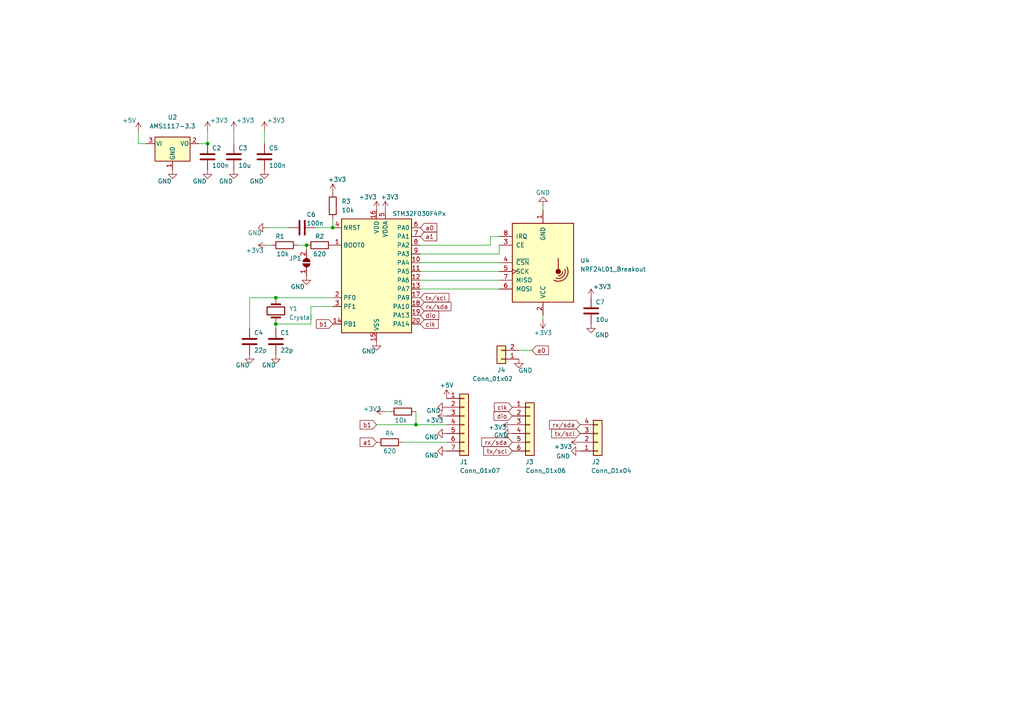
<source format=kicad_sch>
(kicad_sch (version 20230121) (generator eeschema)
  (paper "A4")
  (lib_symbols
    (symbol "Connector_Generic:Conn_01x02" (pin_names (offset 1.016) hide)
      (property "Reference" "J" (at 0 2.54 0))
      (property "Value" "Conn_01x02" (at 0 -5.08 0))
      (symbol "Conn_01x02_1_1"
        (rectangle (start -1.27 -2.413) (end 0 -2.667) (stroke (width 0.1524)))
        (rectangle (start -1.27 0.127) (end 0 -0.127) (stroke (width 0.1524)))
        (rectangle (start -1.27 1.27) (end 1.27 -3.81) (stroke (width 0.254)) (fill (type background)))
        (pin passive line (at -5.08 0 0) (length 3.81) (name "Pin_1") (number "1"))
        (pin passive line (at -5.08 -2.54 0) (length 3.81) (name "Pin_2") (number "2"))
      )
    )
    (symbol "Connector_Generic:Conn_01x04" (pin_names (offset 1.016) hide)
      (property "Reference" "J" (at 0 5.08 0))
      (property "Value" "Conn_01x04" (at 0 -7.62 0))
      (symbol "Conn_01x04_1_1"
        (rectangle (start -1.27 -4.953) (end 0 -5.207) (stroke (width 0.1524)))
        (rectangle (start -1.27 -2.413) (end 0 -2.667) (stroke (width 0.1524)))
        (rectangle (start -1.27 0.127) (end 0 -0.127) (stroke (width 0.1524)))
        (rectangle (start -1.27 2.667) (end 0 2.413) (stroke (width 0.1524)))
        (rectangle (start -1.27 3.81) (end 1.27 -6.35) (stroke (width 0.254)) (fill (type background)))
        (pin passive line (at -5.08 2.54 0) (length 3.81) (name "Pin_1") (number "1"))
        (pin passive line (at -5.08 0 0) (length 3.81) (name "Pin_2") (number "2"))
        (pin passive line (at -5.08 -2.54 0) (length 3.81) (name "Pin_3") (number "3"))
        (pin passive line (at -5.08 -5.08 0) (length 3.81) (name "Pin_4") (number "4"))
      )
    )
    (symbol "Connector_Generic:Conn_01x06" (pin_names (offset 1.016) hide)
      (property "Reference" "J" (at 0 7.62 0))
      (property "Value" "Conn_01x06" (at 0 -10.16 0))
      (symbol "Conn_01x06_1_1"
        (rectangle (start -1.27 -7.493) (end 0 -7.747) (stroke (width 0.1524)))
        (rectangle (start -1.27 -4.953) (end 0 -5.207) (stroke (width 0.1524)))
        (rectangle (start -1.27 -2.413) (end 0 -2.667) (stroke (width 0.1524)))
        (rectangle (start -1.27 0.127) (end 0 -0.127) (stroke (width 0.1524)))
        (rectangle (start -1.27 2.667) (end 0 2.413) (stroke (width 0.1524)))
        (rectangle (start -1.27 5.207) (end 0 4.953) (stroke (width 0.1524)))
        (rectangle (start -1.27 6.35) (end 1.27 -8.89) (stroke (width 0.254)) (fill (type background)))
        (pin passive line (at -5.08 5.08 0) (length 3.81) (name "Pin_1") (number "1"))
        (pin passive line (at -5.08 2.54 0) (length 3.81) (name "Pin_2") (number "2"))
        (pin passive line (at -5.08 0 0) (length 3.81) (name "Pin_3") (number "3"))
        (pin passive line (at -5.08 -2.54 0) (length 3.81) (name "Pin_4") (number "4"))
        (pin passive line (at -5.08 -5.08 0) (length 3.81) (name "Pin_5") (number "5"))
        (pin passive line (at -5.08 -7.62 0) (length 3.81) (name "Pin_6") (number "6"))
      )
    )
    (symbol "Connector_Generic:Conn_01x07" (pin_names (offset 1.016) hide)
      (property "Reference" "J" (at 0 10.16 0))
      (property "Value" "Conn_01x07" (at 0 -10.16 0))
      (symbol "Conn_01x07_1_1"
        (rectangle (start -1.27 -7.493) (end 0 -7.747) (stroke (width 0.1524)))
        (rectangle (start -1.27 -4.953) (end 0 -5.207) (stroke (width 0.1524)))
        (rectangle (start -1.27 -2.413) (end 0 -2.667) (stroke (width 0.1524)))
        (rectangle (start -1.27 0.127) (end 0 -0.127) (stroke (width 0.1524)))
        (rectangle (start -1.27 2.667) (end 0 2.413) (stroke (width 0.1524)))
        (rectangle (start -1.27 5.207) (end 0 4.953) (stroke (width 0.1524)))
        (rectangle (start -1.27 7.747) (end 0 7.493) (stroke (width 0.1524)))
        (rectangle (start -1.27 8.89) (end 1.27 -8.89) (stroke (width 0.254)) (fill (type background)))
        (pin passive line (at -5.08 7.62 0) (length 3.81) (name "Pin_1") (number "1"))
        (pin passive line (at -5.08 5.08 0) (length 3.81) (name "Pin_2") (number "2"))
        (pin passive line (at -5.08 2.54 0) (length 3.81) (name "Pin_3") (number "3"))
        (pin passive line (at -5.08 0 0) (length 3.81) (name "Pin_4") (number "4"))
        (pin passive line (at -5.08 -2.54 0) (length 3.81) (name "Pin_5") (number "5"))
        (pin passive line (at -5.08 -5.08 0) (length 3.81) (name "Pin_6") (number "6"))
        (pin passive line (at -5.08 -7.62 0) (length 3.81) (name "Pin_7") (number "7"))
      )
    )
    (symbol "Device:C" (pin_numbers hide) (pin_names (offset 0.254))
      (property "Reference" "C" (at 0.635 2.54 0))
      (property "Value" "C" (at 0.635 -2.54 0))
      (symbol "C_0_1"
        (polyline (pts (xy -2.032 -0.762) (xy 2.032 -0.762)) (stroke (width 0.508)))
        (polyline (pts (xy -2.032 0.762) (xy 2.032 0.762)) (stroke (width 0.508)))
      )
      (symbol "C_1_1"
        (pin passive line (at 0 3.81 270) (length 2.794) (name "~") (number "1"))
        (pin passive line (at 0 -3.81 90) (length 2.794) (name "~") (number "2"))
      )
    )
    (symbol "Device:Crystal" (pin_numbers hide) (pin_names (offset 1.016) hide)
      (property "Reference" "Y" (at 0 3.81 0))
      (property "Value" "Crystal" (at 0 -3.81 0))
      (symbol "Crystal_0_1"
        (rectangle (start -1.143 2.54) (end 1.143 -2.54) (stroke (width 0.3048)))
        (polyline (pts (xy -2.54 0) (xy -1.905 0)))
        (polyline (pts (xy -1.905 -1.27) (xy -1.905 1.27)) (stroke (width 0.508)))
        (polyline (pts (xy 1.905 -1.27) (xy 1.905 1.27)) (stroke (width 0.508)))
        (polyline (pts (xy 2.54 0) (xy 1.905 0)))
      )
      (symbol "Crystal_1_1"
        (pin passive line (at -3.81 0 0) (length 1.27) (name "1") (number "1"))
        (pin passive line (at 3.81 0 180) (length 1.27) (name "2") (number "2"))
      )
    )
    (symbol "Device:R" (pin_numbers hide) (pin_names (offset 0))
      (property "Reference" "R" (at 2.032 0 90))
      (property "Value" "R" (at 0 0 90))
      (symbol "R_0_1"
        (rectangle (start -1.016 -2.54) (end 1.016 2.54) (stroke (width 0.254)))
      )
      (symbol "R_1_1"
        (pin passive line (at 0 3.81 270) (length 1.27) (name "~") (number "1"))
        (pin passive line (at 0 -3.81 90) (length 1.27) (name "~") (number "2"))
      )
    )
    (symbol "Jumper:SolderJumper_2_Open" (pin_names (offset 0) hide)
      (property "Reference" "JP" (at 0 2.032 0))
      (property "Value" "SolderJumper_2_Open" (at 0 -2.54 0))
      (symbol "SolderJumper_2_Open_0_1"
        (arc (start -0.254 1.016) (mid -1.2656 0) (end -0.254 -1.016))
        (arc (start -0.254 1.016) (mid -1.2656 0) (end -0.254 -1.016) (fill (type outline)))
        (polyline (pts (xy -0.254 1.016) (xy -0.254 -1.016)))
        (polyline (pts (xy 0.254 1.016) (xy 0.254 -1.016)))
        (arc (start 0.254 -1.016) (mid 1.2656 0) (end 0.254 1.016))
        (arc (start 0.254 -1.016) (mid 1.2656 0) (end 0.254 1.016) (fill (type outline)))
      )
      (symbol "SolderJumper_2_Open_1_1"
        (pin passive line (at -3.81 0 0) (length 2.54) (name "A") (number "1"))
        (pin passive line (at 3.81 0 180) (length 2.54) (name "B") (number "2"))
      )
    )
    (symbol "MCU_ST_STM32F0:STM32F030F4Px"
      (property "Reference" "U" (at -10.16 16.51 0))
      (property "Value" "STM32F030F4Px" (at 5.08 16.51 0))
      (symbol "STM32F030F4Px_0_1"
        (rectangle (start -10.16 -17.78) (end 10.16 15.24) (stroke (width 0.254)) (fill (type background)))
      )
      (symbol "STM32F030F4Px_1_1"
        (pin input line (at -12.7 7.62 0) (length 2.54) (name "BOOT0") (number "1"))
        (pin bidirectional line (at 12.7 2.54 180) (length 2.54) (name "PA4") (number "10"))
        (pin bidirectional line (at 12.7 0 180) (length 2.54) (name "PA5") (number "11"))
        (pin bidirectional line (at 12.7 -2.54 180) (length 2.54) (name "PA6") (number "12"))
        (pin bidirectional line (at 12.7 -5.08 180) (length 2.54) (name "PA7") (number "13"))
        (pin bidirectional line (at -12.7 -15.24 0) (length 2.54) (name "PB1") (number "14"))
        (pin power_in line (at 0 -20.32 90) (length 2.54) (name "VSS") (number "15"))
        (pin power_in line (at 0 17.78 270) (length 2.54) (name "VDD") (number "16"))
        (pin bidirectional line (at 12.7 -7.62 180) (length 2.54) (name "PA9") (number "17"))
        (pin bidirectional line (at 12.7 -10.16 180) (length 2.54) (name "PA10") (number "18"))
        (pin bidirectional line (at 12.7 -12.7 180) (length 2.54) (name "PA13") (number "19"))
        (pin input line (at -12.7 -7.62 0) (length 2.54) (name "PF0") (number "2"))
        (pin bidirectional line (at 12.7 -15.24 180) (length 2.54) (name "PA14") (number "20"))
        (pin input line (at -12.7 -10.16 0) (length 2.54) (name "PF1") (number "3"))
        (pin input line (at -12.7 12.7 0) (length 2.54) (name "NRST") (number "4"))
        (pin power_in line (at 2.54 17.78 270) (length 2.54) (name "VDDA") (number "5"))
        (pin bidirectional line (at 12.7 12.7 180) (length 2.54) (name "PA0") (number "6"))
        (pin bidirectional line (at 12.7 10.16 180) (length 2.54) (name "PA1") (number "7"))
        (pin bidirectional line (at 12.7 7.62 180) (length 2.54) (name "PA2") (number "8"))
        (pin bidirectional line (at 12.7 5.08 180) (length 2.54) (name "PA3") (number "9"))
      )
    )
    (symbol "RF:NRF24L01_Breakout" (pin_names (offset 1.016))
      (property "Reference" "U" (at -8.89 12.7 0))
      (property "Value" "NRF24L01_Breakout" (at 3.81 12.7 0))
      (symbol "NRF24L01_Breakout_0_1"
        (rectangle (start -8.89 11.43) (end 8.89 -11.43) (stroke (width 0.254)) (fill (type background)))
        (polyline (pts (xy 4.445 1.905) (xy 4.445 -1.27)) (stroke (width 0.254)))
        (circle (center 4.445 2.54) (radius 0.635) (stroke (width 0.254)) (fill (type outline)))
        (arc (start 5.715 2.54) (mid 5.3521 3.4546) (end 4.445 3.81) (stroke (width 0.254)))
        (arc (start 6.35 1.905) (mid 5.8763 3.9854) (end 3.81 4.445) (stroke (width 0.254)))
        (arc (start 6.985 1.27) (mid 6.453 4.548) (end 3.175 5.08) (stroke (width 0.254)))
      )
      (symbol "NRF24L01_Breakout_1_1"
        (pin power_in line (at 0 -15.24 90) (length 3.81) (name "GND") (number "1"))
        (pin power_in line (at 0 15.24 270) (length 3.81) (name "VCC") (number "2"))
        (pin input line (at -12.7 -5.08 0) (length 3.81) (name "CE") (number "3"))
        (pin input line (at -12.7 0 0) (length 3.81) (name "~{CSN}") (number "4"))
        (pin input clock (at -12.7 2.54 0) (length 3.81) (name "SCK") (number "5"))
        (pin input line (at -12.7 7.62 0) (length 3.81) (name "MOSI") (number "6"))
        (pin output line (at -12.7 5.08 0) (length 3.81) (name "MISO") (number "7"))
        (pin output line (at -12.7 -7.62 0) (length 3.81) (name "IRQ") (number "8"))
      )
    )
    (symbol "Regulator_Linear:AMS1117-3.3" (pin_names (offset 0.254))
      (property "Reference" "U" (at -3.81 3.175 0))
      (property "Value" "AMS1117-3.3" (at 0 3.175 0))
      (symbol "AMS1117-3.3_0_1"
        (rectangle (start -5.08 -5.08) (end 5.08 1.905) (stroke (width 0.254)) (fill (type background)))
      )
      (symbol "AMS1117-3.3_1_1"
        (pin power_in line (at 0 -7.62 90) (length 2.54) (name "GND") (number "1"))
        (pin power_out line (at 7.62 0 180) (length 2.54) (name "VO") (number "2"))
        (pin power_in line (at -7.62 0 0) (length 2.54) (name "VI") (number "3"))
      )
    )
    (symbol "power:+3.3V" (power) (pin_names (offset 0))
      (property "Value" "+3.3V" (at 0 3.556 0))
      (symbol "+3.3V_0_1"
        (polyline (pts (xy -0.762 1.27) (xy 0 2.54)))
        (polyline (pts (xy 0 0) (xy 0 2.54)))
        (polyline (pts (xy 0 2.54) (xy 0.762 1.27)))
      )
      (symbol "+3.3V_1_1"
        (pin power_in line (at 0 0 90) (length 0) hide (name "+3V3") (number "1"))
      )
    )
    (symbol "power:+5V" (power) (pin_names (offset 0))
      (property "Value" "+5V" (at 0 3.556 0))
      (symbol "+5V_0_1"
        (polyline (pts (xy -0.762 1.27) (xy 0 2.54)))
        (polyline (pts (xy 0 0) (xy 0 2.54)))
        (polyline (pts (xy 0 2.54) (xy 0.762 1.27)))
      )
      (symbol "+5V_1_1"
        (pin power_in line (at 0 0 90) (length 0) hide (name "+5V") (number "1"))
      )
    )
    (symbol "power:GND" (power) (pin_names (offset 0))
      (property "Value" "GND" (at 0 -3.81 0))
      (symbol "GND_0_1"
        (polyline (pts (xy 0 0) (xy 0 -1.27) (xy 1.27 -1.27) (xy 0 -2.54) (xy -1.27 -1.27) (xy 0 -1.27)))
      )
      (symbol "GND_1_1"
        (pin power_in line (at 0 0 270) (length 0) hide (name "GND") (number "1"))
      )
    )
  )
  (junction (at 120.65 123.19))
  (junction (at 60.198 41.656))
  (junction (at 96.52 66.04))
  (junction (at 80.01 93.98))
  (junction (at 88.9 71.12))
  (junction (at 80.01 86.36))
  (wire (pts (xy 90.17 88.9) (xy 90.17 93.98)))
  (wire (pts (xy 40.132 38.1) (xy 40.132 41.656)))
  (wire (pts (xy 109.22 123.19) (xy 120.65 123.19)))
  (wire (pts (xy 40.132 41.656) (xy 42.418 41.656)))
  (wire (pts (xy 57.658 41.656) (xy 60.198 41.656)))
  (wire (pts (xy 80.01 95.25) (xy 80.01 93.98)))
  (wire (pts (xy 142.24 68.58) (xy 144.78 68.58)))
  (wire (pts (xy 150.495 101.6) (xy 154.305 101.6)))
  (wire (pts (xy 120.65 119.38) (xy 120.65 123.19)))
  (wire (pts (xy 80.01 86.36) (xy 96.52 86.36)))
  (wire (pts (xy 121.92 83.82) (xy 144.78 83.82)))
  (wire (pts (xy 157.48 60.96) (xy 157.48 59.69)))
  (wire (pts (xy 80.01 93.98) (xy 90.17 93.98)))
  (wire (pts (xy 121.92 76.2) (xy 144.78 76.2)))
  (wire (pts (xy 120.65 123.19) (xy 129.54 123.19)))
  (wire (pts (xy 86.36 71.12) (xy 88.9 71.12)))
  (wire (pts (xy 121.92 78.74) (xy 144.78 78.74)))
  (wire (pts (xy 72.39 95.25) (xy 72.39 86.36)))
  (wire (pts (xy 121.92 73.66) (xy 144.78 73.66)))
  (wire (pts (xy 113.03 119.38) (xy 111.76 119.38)))
  (wire (pts (xy 72.39 86.36) (xy 80.01 86.36)))
  (wire (pts (xy 76.708 41.656) (xy 76.708 37.846)))
  (wire (pts (xy 96.52 63.5) (xy 96.52 66.04)))
  (wire (pts (xy 121.92 81.28) (xy 144.78 81.28)))
  (wire (pts (xy 77.47 66.04) (xy 83.82 66.04)))
  (wire (pts (xy 96.52 88.9) (xy 90.17 88.9)))
  (wire (pts (xy 157.48 91.44) (xy 157.48 92.71)))
  (wire (pts (xy 144.78 73.66) (xy 144.78 71.12)))
  (wire (pts (xy 142.24 71.12) (xy 142.24 68.58)))
  (wire (pts (xy 121.92 71.12) (xy 142.24 71.12)))
  (wire (pts (xy 91.44 66.04) (xy 96.52 66.04)))
  (wire (pts (xy 78.74 71.12) (xy 77.47 71.12)))
  (wire (pts (xy 60.198 41.656) (xy 60.198 37.846)))
  (wire (pts (xy 88.9 72.39) (xy 88.9 71.12)))
  (wire (pts (xy 116.84 128.27) (xy 129.54 128.27)))
  (wire (pts (xy 67.818 41.656) (xy 67.818 37.846)))
  (global_label "clk" (shape input) (at 121.92 93.98 0) (property "Intersheetrefs" "${INTERSHEET_REFS}" (effects hide)))
  (global_label "b1" (shape input) (at 96.52 93.98 180) (property "Intersheetrefs" "${INTERSHEET_REFS}" (effects hide)))
  (global_label "tx{slash}scl" (shape input) (at 168.275 125.73 180) (property "Intersheetrefs" "${INTERSHEET_REFS}" (effects hide)))
  (global_label "clk" (shape input) (at 148.59 118.11 180) (property "Intersheetrefs" "${INTERSHEET_REFS}" (effects hide)))
  (global_label "a1" (shape input) (at 109.22 128.27 180) (property "Intersheetrefs" "${INTERSHEET_REFS}" (effects hide)))
  (global_label "tx{slash}scl" (shape input) (at 148.59 130.81 180) (property "Intersheetrefs" "${INTERSHEET_REFS}" (effects hide)))
  (global_label "dio" (shape input) (at 121.92 91.44 0) (property "Intersheetrefs" "${INTERSHEET_REFS}" (effects hide)))
  (global_label "rx{slash}sda" (shape input) (at 121.92 88.9 0) (property "Intersheetrefs" "${INTERSHEET_REFS}" (effects hide)))
  (global_label "a0" (shape input) (at 121.92 66.04 0) (property "Intersheetrefs" "${INTERSHEET_REFS}" (effects hide)))
  (global_label "a1" (shape input) (at 121.92 68.58 0) (property "Intersheetrefs" "${INTERSHEET_REFS}" (effects hide)))
  (global_label "dio" (shape input) (at 148.59 120.65 180) (property "Intersheetrefs" "${INTERSHEET_REFS}" (effects hide)))
  (global_label "b1" (shape input) (at 109.22 123.19 180) (property "Intersheetrefs" "${INTERSHEET_REFS}" (effects hide)))
  (global_label "rx{slash}sda" (shape input) (at 168.275 123.19 180) (property "Intersheetrefs" "${INTERSHEET_REFS}" (effects hide)))
  (global_label "a0" (shape input) (at 154.305 101.6 0) (property "Intersheetrefs" "${INTERSHEET_REFS}" (effects hide)))
  (global_label "rx{slash}sda" (shape input) (at 148.59 128.27 180) (property "Intersheetrefs" "${INTERSHEET_REFS}" (effects hide)))
  (global_label "tx{slash}scl" (shape input) (at 121.92 86.36 0) (property "Intersheetrefs" "${INTERSHEET_REFS}" (effects hide)))
  (symbol (lib_id "power:+3.3V") (at 96.52 55.88 0) (unit 1)
    (property "Reference" "#PWR015" (effects hide))
    (property "Value" "+3.3V" (at 97.79 52.07 0))
  )
  (symbol (lib_id "power:+3.3V") (at 111.76 60.96 0) (unit 1)
    (property "Reference" "#PWR018" (effects hide))
    (property "Value" "+3.3V" (at 113.03 57.15 0))
  )
  (symbol (lib_id "Device:C") (at 76.708 45.466 0) (unit 1)
    (property "Reference" "C5" (at 77.978 42.926 0) (effects (justify left)))
    (property "Value" "100n" (at 77.978 48.006 0) (effects (justify left)))
    (property "Footprint" "Capacitor_SMD:C_0805_2012Metric_Pad1.18x1.45mm_HandSolder" (effects hide))
  )
  (symbol (lib_id "power:+3.3V") (at 129.54 120.65 90) (unit 1)
    (property "Reference" "#PWR030" (effects hide))
    (property "Value" "+3.3V" (at 125.984 121.92 90))
  )
  (symbol (lib_id "power:+3.3V") (at 157.48 92.71 0) (mirror x) (unit 1)
    (property "Reference" "#PWR025" (effects hide))
    (property "Value" "+3.3V" (at 157.48 96.52 0))
  )
  (symbol (lib_id "power:GND") (at 80.01 102.87 0) (unit 1)
    (property "Reference" "#PWR03" (effects hide))
    (property "Value" "GND" (at 77.978 105.918 0))
  )
  (symbol (lib_id "Connector_Generic:Conn_01x06") (at 153.67 123.19 0) (unit 1)
    (property "Reference" "J3" (at 152.4 133.985 0) (effects (justify left)))
    (property "Value" "Conn_01x06" (at 152.4 136.525 0) (effects (justify left)))
    (property "Footprint" "Connector_PinHeader_2.54mm:PinHeader_1x06_P2.54mm_Vertical" (effects hide))
  )
  (symbol (lib_id "power:+5V") (at 40.132 38.1 0) (unit 1)
    (property "Reference" "#PWR026" (effects hide))
    (property "Value" "+5V" (at 37.465 34.925 0))
  )
  (symbol (lib_id "power:+3.3V") (at 109.22 60.96 0) (unit 1)
    (property "Reference" "#PWR016" (effects hide))
    (property "Value" "+3.3V" (at 106.68 57.15 0))
  )
  (symbol (lib_id "power:+3.3V") (at 171.45 86.36 0) (unit 1)
    (property "Reference" "#PWR028" (effects hide))
    (property "Value" "+3.3V" (at 174.625 83.185 0))
  )
  (symbol (lib_id "power:GND") (at 77.47 66.04 270) (unit 1)
    (property "Reference" "#PWR06" (effects hide))
    (property "Value" "GND" (at 73.914 67.564 90))
  )
  (symbol (lib_id "power:+3.3V") (at 111.76 119.38 90) (unit 1)
    (property "Reference" "#PWR022" (effects hide))
    (property "Value" "+3.3V" (at 107.95 118.618 90))
  )
  (symbol (lib_id "MCU_ST_STM32F0:STM32F030F4Px") (at 109.22 78.74 0) (unit 1)
    (property "Reference" "U3" (effects hide))
    (property "Value" "STM32F030F4Px" (at 113.792 61.976 0) (effects (justify left)))
    (property "Footprint" "Package_SO:TSSOP-20_4.4x6.5mm_P0.65mm" (effects hide))
    (property "Datasheet" "http://www.st.com/st-web-ui/static/active/en/resource/technical/document/datasheet/DM00088500.pdf" (effects hide))
  )
  (symbol (lib_id "power:GND") (at 88.9 80.01 0) (unit 1)
    (property "Reference" "#PWR014" (effects hide))
    (property "Value" "GND" (at 86.36 83.185 0))
  )
  (symbol (lib_id "power:GND") (at 67.818 49.276 0) (unit 1)
    (property "Reference" "#PWR09" (effects hide))
    (property "Value" "GND" (at 65.532 52.578 0))
  )
  (symbol (lib_id "power:GND") (at 76.708 49.276 0) (unit 1)
    (property "Reference" "#PWR013" (effects hide))
    (property "Value" "GND" (at 74.422 52.578 0))
  )
  (symbol (lib_id "Device:Crystal") (at 80.01 90.17 90) (unit 1)
    (property "Reference" "Y1" (at 83.82 89.535 90) (effects (justify right)))
    (property "Value" "Crystal" (at 83.82 92.075 90) (effects (justify right)))
    (property "Footprint" "Crystal:Crystal_HC49-U_Vertical" (effects hide))
  )
  (symbol (lib_id "Device:C") (at 72.39 99.06 0) (unit 1)
    (property "Reference" "C4" (at 73.66 96.52 0) (effects (justify left)))
    (property "Value" "22p" (at 73.66 101.6 0) (effects (justify left)))
    (property "Footprint" "Capacitor_SMD:C_0805_2012Metric_Pad1.18x1.45mm_HandSolder" (effects hide))
  )
  (symbol (lib_id "power:GND") (at 148.59 125.73 270) (unit 1)
    (property "Reference" "#PWR049" (effects hide))
    (property "Value" "GND" (at 143.256 126.238 90) (effects (justify left)))
  )
  (symbol (lib_id "power:GND") (at 72.39 102.87 0) (unit 1)
    (property "Reference" "#PWR010" (effects hide))
    (property "Value" "GND" (at 70.358 105.918 0))
  )
  (symbol (lib_id "power:+3.3V") (at 168.275 128.27 90) (unit 1)
    (property "Reference" "#PWR011" (effects hide))
    (property "Value" "+3.3V" (at 163.322 129.54 90))
  )
  (symbol (lib_id "power:GND") (at 50.038 49.276 0) (unit 1)
    (property "Reference" "#PWR02" (effects hide))
    (property "Value" "GND" (at 47.752 52.578 0))
  )
  (symbol (lib_id "power:+3.3V") (at 148.59 123.19 90) (unit 1)
    (property "Reference" "#PWR048" (effects hide))
    (property "Value" "+3.3V" (at 144.272 123.952 90))
  )
  (symbol (lib_id "Device:R") (at 92.71 71.12 90) (unit 1)
    (property "Reference" "R2" (at 92.71 68.58 90))
    (property "Value" "620" (at 92.71 73.66 90))
    (property "Footprint" "Resistor_SMD:R_0805_2012Metric_Pad1.20x1.40mm_HandSolder" (effects hide))
  )
  (symbol (lib_id "power:+3.3V") (at 67.818 37.846 0) (unit 1)
    (property "Reference" "#PWR08" (effects hide))
    (property "Value" "+3.3V" (at 71.12 34.925 0))
  )
  (symbol (lib_id "Device:C") (at 171.45 90.17 0) (unit 1)
    (property "Reference" "C7" (at 172.72 87.63 0) (effects (justify left)))
    (property "Value" "10u" (at 172.72 92.71 0) (effects (justify left)))
    (property "Footprint" "Capacitor_SMD:C_0805_2012Metric_Pad1.18x1.45mm_HandSolder" (effects hide))
  )
  (symbol (lib_id "power:GND") (at 168.275 130.81 270) (unit 1)
    (property "Reference" "#PWR019" (effects hide))
    (property "Value" "GND" (at 163.322 132.334 90))
  )
  (symbol (lib_id "power:+3.3V") (at 76.708 37.846 0) (unit 1)
    (property "Reference" "#PWR012" (effects hide))
    (property "Value" "+3.3V" (at 80.01 34.925 0))
  )
  (symbol (lib_id "power:GND") (at 109.22 99.06 0) (unit 1)
    (property "Reference" "#PWR017" (effects hide))
    (property "Value" "GND" (at 106.934 101.854 0))
  )
  (symbol (lib_id "Device:C") (at 87.63 66.04 270) (unit 1)
    (property "Reference" "C6" (at 88.9 62.23 90) (effects (justify left)))
    (property "Value" "100n" (at 88.9 64.77 90) (effects (justify left)))
    (property "Footprint" "Capacitor_SMD:C_0805_2012Metric_Pad1.18x1.45mm_HandSolder" (effects hide))
  )
  (symbol (lib_id "Connector_Generic:Conn_01x04") (at 173.355 128.27 0) (mirror x) (unit 1)
    (property "Reference" "J2" (at 172.847 133.985 0))
    (property "Value" "Conn_01x04" (at 177.292 136.525 0))
    (property "Footprint" "Connector_PinHeader_2.54mm:PinHeader_1x04_P2.54mm_Vertical" (effects hide))
  )
  (symbol (lib_id "Device:C") (at 67.818 45.466 0) (unit 1)
    (property "Reference" "C3" (at 69.088 42.926 0) (effects (justify left)))
    (property "Value" "10u" (at 69.088 48.006 0) (effects (justify left)))
    (property "Footprint" "Capacitor_SMD:C_0805_2012Metric_Pad1.18x1.45mm_HandSolder" (effects hide))
  )
  (symbol (lib_id "Regulator_Linear:AMS1117-3.3") (at 50.038 41.656 0) (unit 1)
    (property "Reference" "U2" (at 50.038 34.036 0))
    (property "Value" "AMS1117-3.3" (at 50.038 36.576 0))
    (property "Footprint" "Package_TO_SOT_SMD:SOT-223-3_TabPin2" (effects hide))
    (property "Datasheet" "http://www.advanced-monolithic.com/pdf/ds1117.pdf" (effects hide))
  )
  (symbol (lib_id "power:GND") (at 129.54 118.11 270) (unit 1)
    (property "Reference" "#PWR027" (effects hide))
    (property "Value" "GND" (at 125.73 119.126 90))
  )
  (symbol (lib_id "power:GND") (at 60.198 49.276 0) (unit 1)
    (property "Reference" "#PWR05" (effects hide))
    (property "Value" "GND" (at 57.912 52.578 0))
  )
  (symbol (lib_id "power:GND") (at 129.54 130.81 270) (unit 1)
    (property "Reference" "#PWR020" (effects hide))
    (property "Value" "GND" (at 127.254 132.08 90) (effects (justify right)))
  )
  (symbol (lib_id "Device:C") (at 80.01 99.06 0) (unit 1)
    (property "Reference" "C1" (at 81.28 96.52 0) (effects (justify left)))
    (property "Value" "22p" (at 81.28 101.6 0) (effects (justify left)))
    (property "Footprint" "Capacitor_SMD:C_0805_2012Metric_Pad1.18x1.45mm_HandSolder" (effects hide))
  )
  (symbol (lib_id "Device:R") (at 82.55 71.12 90) (unit 1)
    (property "Reference" "R1" (at 82.55 68.58 90) (effects (justify left)))
    (property "Value" "10k" (at 83.82 73.66 90) (effects (justify left)))
    (property "Footprint" "Resistor_SMD:R_0805_2012Metric_Pad1.20x1.40mm_HandSolder" (effects hide))
  )
  (symbol (lib_id "power:GND") (at 150.495 104.14 0) (unit 1)
    (property "Reference" "#PWR023" (effects hide))
    (property "Value" "GND" (at 152.4 107.442 0))
  )
  (symbol (lib_id "Jumper:SolderJumper_2_Open") (at 88.9 76.2 90) (unit 1)
    (property "Reference" "JP1" (at 83.82 74.93 90) (effects (justify right)))
    (property "Value" "SolderJumper_2_Open" (effects hide))
    (property "Footprint" "Jumper:SolderJumper-2_P1.3mm_Open_TrianglePad1.0x1.5mm" (effects hide))
  )
  (symbol (lib_id "power:GND") (at 129.54 125.73 270) (unit 1)
    (property "Reference" "#PWR021" (effects hide))
    (property "Value" "GND" (at 127.254 126.746 90) (effects (justify right)))
  )
  (symbol (lib_id "Device:C") (at 60.198 45.466 0) (unit 1)
    (property "Reference" "C2" (at 61.468 42.926 0) (effects (justify left)))
    (property "Value" "100n" (at 61.468 48.006 0) (effects (justify left)))
    (property "Footprint" "Capacitor_SMD:C_0805_2012Metric_Pad1.18x1.45mm_HandSolder" (effects hide))
  )
  (symbol (lib_id "power:+5V") (at 129.54 115.57 0) (unit 1)
    (property "Reference" "#PWR01" (effects hide))
    (property "Value" "+5V" (at 129.54 111.76 0))
  )
  (symbol (lib_id "power:GND") (at 171.45 93.98 0) (unit 1)
    (property "Reference" "#PWR029" (effects hide))
    (property "Value" "GND" (at 174.625 97.155 0))
  )
  (symbol (lib_id "Device:R") (at 96.52 59.69 0) (unit 1)
    (property "Reference" "R3" (at 99.06 58.4199 0) (effects (justify left)))
    (property "Value" "10k" (at 99.06 60.9599 0) (effects (justify left)))
    (property "Footprint" "Resistor_SMD:R_0805_2012Metric_Pad1.20x1.40mm_HandSolder" (effects hide))
  )
  (symbol (lib_id "power:+3.3V") (at 60.198 37.846 0) (unit 1)
    (property "Reference" "#PWR04" (effects hide))
    (property "Value" "+3.3V" (at 63.5 34.925 0))
  )
  (symbol (lib_id "Connector_Generic:Conn_01x02") (at 145.415 104.14 180) (unit 1)
    (property "Reference" "J4" (at 145.415 107.315 0))
    (property "Value" "Conn_01x02" (at 142.875 109.855 0))
    (property "Footprint" "Connector_PinHeader_2.54mm:PinHeader_1x02_P2.54mm_Vertical" (effects hide))
  )
  (symbol (lib_id "power:+3.3V") (at 77.47 71.12 90) (unit 1)
    (property "Reference" "#PWR07" (effects hide))
    (property "Value" "+3.3V" (at 73.914 72.644 90))
  )
  (symbol (lib_id "Device:R") (at 116.84 119.38 90) (unit 1)
    (property "Reference" "R5" (at 116.84 116.84 90) (effects (justify left)))
    (property "Value" "10k" (at 118.11 121.92 90) (effects (justify left)))
    (property "Footprint" "Resistor_SMD:R_0805_2012Metric_Pad1.20x1.40mm_HandSolder" (effects hide))
  )
  (symbol (lib_id "Connector_Generic:Conn_01x07") (at 134.62 123.19 0) (unit 1)
    (property "Reference" "J1" (at 133.35 133.985 0) (effects (justify left)))
    (property "Value" "Conn_01x07" (at 133.35 136.525 0) (effects (justify left)))
    (property "Footprint" "Connector_PinHeader_2.54mm:PinHeader_1x07_P2.54mm_Vertical" (effects hide))
  )
  (symbol (lib_id "Device:R") (at 113.03 128.27 90) (unit 1)
    (property "Reference" "R4" (at 113.03 125.73 90))
    (property "Value" "620" (at 113.03 130.81 90))
    (property "Footprint" "Resistor_SMD:R_0805_2012Metric_Pad1.20x1.40mm_HandSolder" (effects hide))
  )
  (symbol (lib_id "power:GND") (at 157.48 59.69 0) (mirror x) (unit 1)
    (property "Reference" "#PWR024" (effects hide))
    (property "Value" "GND" (at 157.48 55.88 0))
  )
  (symbol (lib_id "RF:NRF24L01_Breakout") (at 157.48 76.2 0) (mirror x) (unit 1)
    (property "Reference" "U4" (at 168.275 75.565 0) (effects (justify left)))
    (property "Value" "NRF24L01_Breakout" (at 168.275 78.105 0) (effects (justify left)))
    (property "Footprint" "RF_Module:nRF24L01_Breakout" (effects hide))
    (property "Datasheet" "http://www.nordicsemi.com/eng/content/download/2730/34105/file/nRF24L01_Product_Specification_v2_0.pdf" (effects hide))
  )
)
</source>
